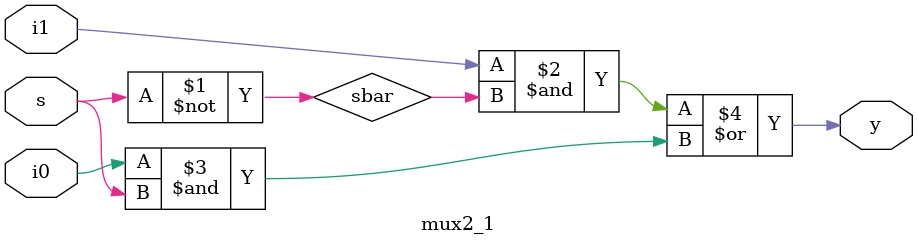
<source format=v>
module mux2_1(input s,i0,i1,output y);

wire sbar;

assign sbar=~s;

//dataflow model

assign y=(i1&sbar)|(i0&s);

endmodule
</source>
